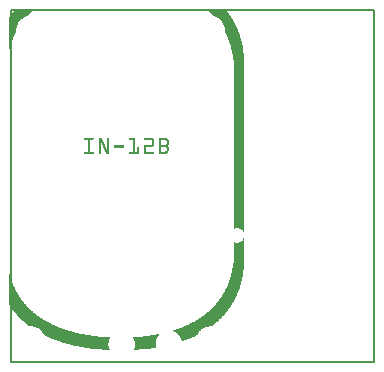
<source format=gto>
G04 MADE WITH FRITZING*
G04 WWW.FRITZING.ORG*
G04 DOUBLE SIDED*
G04 HOLES PLATED*
G04 CONTOUR ON CENTER OF CONTOUR VECTOR*
%ASAXBY*%
%FSLAX23Y23*%
%MOIN*%
%OFA0B0*%
%SFA1.0B1.0*%
%ADD10R,1.220470X1.181100X1.204470X1.165100*%
%ADD11C,0.008000*%
%ADD12R,0.001000X0.001000*%
%LNSILK1*%
G90*
G70*
G54D11*
X4Y1177D02*
X1216Y1177D01*
X1216Y4D01*
X4Y4D01*
X4Y1177D01*
D02*
G54D12*
X23Y1181D02*
X86Y1181D01*
X655Y1181D02*
X719Y1181D01*
X22Y1180D02*
X85Y1180D01*
X656Y1180D02*
X719Y1180D01*
X21Y1179D02*
X84Y1179D01*
X658Y1179D02*
X720Y1179D01*
X20Y1178D02*
X82Y1178D01*
X659Y1178D02*
X721Y1178D01*
X19Y1177D02*
X81Y1177D01*
X660Y1177D02*
X722Y1177D01*
X19Y1176D02*
X80Y1176D01*
X661Y1176D02*
X723Y1176D01*
X18Y1175D02*
X79Y1175D01*
X663Y1175D02*
X723Y1175D01*
X17Y1174D02*
X77Y1174D01*
X664Y1174D02*
X724Y1174D01*
X16Y1173D02*
X76Y1173D01*
X665Y1173D02*
X725Y1173D01*
X15Y1172D02*
X75Y1172D01*
X666Y1172D02*
X726Y1172D01*
X15Y1171D02*
X74Y1171D01*
X667Y1171D02*
X727Y1171D01*
X14Y1170D02*
X73Y1170D01*
X668Y1170D02*
X727Y1170D01*
X13Y1169D02*
X72Y1169D01*
X669Y1169D02*
X728Y1169D01*
X12Y1168D02*
X71Y1168D01*
X670Y1168D02*
X729Y1168D01*
X12Y1167D02*
X70Y1167D01*
X671Y1167D02*
X730Y1167D01*
X11Y1166D02*
X69Y1166D01*
X672Y1166D02*
X730Y1166D01*
X10Y1165D02*
X68Y1165D01*
X674Y1165D02*
X731Y1165D01*
X9Y1164D02*
X67Y1164D01*
X675Y1164D02*
X732Y1164D01*
X9Y1163D02*
X66Y1163D01*
X676Y1163D02*
X733Y1163D01*
X8Y1162D02*
X65Y1162D01*
X677Y1162D02*
X733Y1162D01*
X7Y1161D02*
X64Y1161D01*
X678Y1161D02*
X734Y1161D01*
X7Y1160D02*
X63Y1160D01*
X679Y1160D02*
X735Y1160D01*
X6Y1159D02*
X62Y1159D01*
X679Y1159D02*
X735Y1159D01*
X5Y1158D02*
X61Y1158D01*
X680Y1158D02*
X736Y1158D01*
X5Y1157D02*
X60Y1157D01*
X681Y1157D02*
X737Y1157D01*
X4Y1156D02*
X59Y1156D01*
X683Y1156D02*
X737Y1156D01*
X3Y1155D02*
X56Y1155D01*
X686Y1155D02*
X738Y1155D01*
X3Y1154D02*
X54Y1154D01*
X689Y1154D02*
X739Y1154D01*
X2Y1153D02*
X51Y1153D01*
X691Y1153D02*
X739Y1153D01*
X1Y1152D02*
X49Y1152D01*
X693Y1152D02*
X740Y1152D01*
X1Y1151D02*
X47Y1151D01*
X695Y1151D02*
X741Y1151D01*
X0Y1150D02*
X46Y1150D01*
X696Y1150D02*
X741Y1150D01*
X0Y1149D02*
X44Y1149D01*
X698Y1149D02*
X742Y1149D01*
X0Y1148D02*
X43Y1148D01*
X699Y1148D02*
X742Y1148D01*
X0Y1147D02*
X41Y1147D01*
X701Y1147D02*
X743Y1147D01*
X0Y1146D02*
X40Y1146D01*
X702Y1146D02*
X744Y1146D01*
X0Y1145D02*
X39Y1145D01*
X703Y1145D02*
X744Y1145D01*
X0Y1144D02*
X38Y1144D01*
X704Y1144D02*
X745Y1144D01*
X0Y1143D02*
X37Y1143D01*
X705Y1143D02*
X745Y1143D01*
X0Y1142D02*
X36Y1142D01*
X706Y1142D02*
X746Y1142D01*
X0Y1141D02*
X35Y1141D01*
X707Y1141D02*
X747Y1141D01*
X0Y1140D02*
X34Y1140D01*
X708Y1140D02*
X747Y1140D01*
X0Y1139D02*
X33Y1139D01*
X708Y1139D02*
X748Y1139D01*
X0Y1138D02*
X32Y1138D01*
X709Y1138D02*
X748Y1138D01*
X0Y1137D02*
X32Y1137D01*
X710Y1137D02*
X749Y1137D01*
X0Y1136D02*
X31Y1136D01*
X711Y1136D02*
X749Y1136D01*
X0Y1135D02*
X30Y1135D01*
X711Y1135D02*
X750Y1135D01*
X0Y1134D02*
X30Y1134D01*
X712Y1134D02*
X750Y1134D01*
X0Y1133D02*
X29Y1133D01*
X712Y1133D02*
X751Y1133D01*
X0Y1132D02*
X29Y1132D01*
X713Y1132D02*
X751Y1132D01*
X0Y1131D02*
X28Y1131D01*
X713Y1131D02*
X752Y1131D01*
X0Y1130D02*
X28Y1130D01*
X714Y1130D02*
X752Y1130D01*
X0Y1129D02*
X27Y1129D01*
X714Y1129D02*
X753Y1129D01*
X0Y1128D02*
X27Y1128D01*
X715Y1128D02*
X753Y1128D01*
X0Y1127D02*
X26Y1127D01*
X715Y1127D02*
X754Y1127D01*
X0Y1126D02*
X26Y1126D01*
X715Y1126D02*
X754Y1126D01*
X0Y1125D02*
X26Y1125D01*
X716Y1125D02*
X755Y1125D01*
X0Y1124D02*
X25Y1124D01*
X716Y1124D02*
X755Y1124D01*
X0Y1123D02*
X25Y1123D01*
X716Y1123D02*
X756Y1123D01*
X0Y1122D02*
X25Y1122D01*
X717Y1122D02*
X756Y1122D01*
X0Y1121D02*
X24Y1121D01*
X717Y1121D02*
X757Y1121D01*
X0Y1120D02*
X24Y1120D01*
X717Y1120D02*
X757Y1120D01*
X0Y1119D02*
X24Y1119D01*
X718Y1119D02*
X758Y1119D01*
X0Y1118D02*
X24Y1118D01*
X718Y1118D02*
X758Y1118D01*
X0Y1117D02*
X23Y1117D01*
X718Y1117D02*
X759Y1117D01*
X0Y1116D02*
X23Y1116D01*
X718Y1116D02*
X759Y1116D01*
X0Y1115D02*
X23Y1115D01*
X718Y1115D02*
X759Y1115D01*
X0Y1114D02*
X23Y1114D01*
X718Y1114D02*
X760Y1114D01*
X0Y1113D02*
X23Y1113D01*
X718Y1113D02*
X760Y1113D01*
X0Y1112D02*
X23Y1112D01*
X718Y1112D02*
X761Y1112D01*
X0Y1111D02*
X23Y1111D01*
X718Y1111D02*
X761Y1111D01*
X0Y1110D02*
X23Y1110D01*
X718Y1110D02*
X761Y1110D01*
X0Y1109D02*
X23Y1109D01*
X718Y1109D02*
X762Y1109D01*
X0Y1108D02*
X23Y1108D01*
X718Y1108D02*
X762Y1108D01*
X0Y1107D02*
X23Y1107D01*
X718Y1107D02*
X763Y1107D01*
X0Y1106D02*
X23Y1106D01*
X718Y1106D02*
X763Y1106D01*
X0Y1105D02*
X22Y1105D01*
X719Y1105D02*
X763Y1105D01*
X0Y1104D02*
X22Y1104D01*
X719Y1104D02*
X764Y1104D01*
X0Y1103D02*
X21Y1103D01*
X720Y1103D02*
X764Y1103D01*
X0Y1102D02*
X21Y1102D01*
X720Y1102D02*
X765Y1102D01*
X0Y1101D02*
X20Y1101D01*
X721Y1101D02*
X765Y1101D01*
X0Y1100D02*
X20Y1100D01*
X721Y1100D02*
X765Y1100D01*
X0Y1099D02*
X19Y1099D01*
X722Y1099D02*
X766Y1099D01*
X0Y1098D02*
X19Y1098D01*
X722Y1098D02*
X766Y1098D01*
X0Y1097D02*
X18Y1097D01*
X723Y1097D02*
X766Y1097D01*
X0Y1096D02*
X18Y1096D01*
X723Y1096D02*
X767Y1096D01*
X0Y1095D02*
X17Y1095D01*
X724Y1095D02*
X767Y1095D01*
X0Y1094D02*
X17Y1094D01*
X724Y1094D02*
X767Y1094D01*
X0Y1093D02*
X16Y1093D01*
X725Y1093D02*
X768Y1093D01*
X0Y1092D02*
X16Y1092D01*
X725Y1092D02*
X768Y1092D01*
X0Y1091D02*
X16Y1091D01*
X726Y1091D02*
X768Y1091D01*
X0Y1090D02*
X15Y1090D01*
X726Y1090D02*
X769Y1090D01*
X0Y1089D02*
X15Y1089D01*
X727Y1089D02*
X769Y1089D01*
X0Y1088D02*
X14Y1088D01*
X727Y1088D02*
X769Y1088D01*
X0Y1087D02*
X14Y1087D01*
X727Y1087D02*
X770Y1087D01*
X0Y1086D02*
X13Y1086D01*
X728Y1086D02*
X770Y1086D01*
X0Y1085D02*
X13Y1085D01*
X728Y1085D02*
X770Y1085D01*
X0Y1084D02*
X13Y1084D01*
X729Y1084D02*
X770Y1084D01*
X0Y1083D02*
X12Y1083D01*
X729Y1083D02*
X771Y1083D01*
X0Y1082D02*
X12Y1082D01*
X729Y1082D02*
X771Y1082D01*
X0Y1081D02*
X11Y1081D01*
X730Y1081D02*
X771Y1081D01*
X0Y1080D02*
X11Y1080D01*
X730Y1080D02*
X772Y1080D01*
X0Y1079D02*
X11Y1079D01*
X731Y1079D02*
X772Y1079D01*
X0Y1078D02*
X10Y1078D01*
X731Y1078D02*
X772Y1078D01*
X0Y1077D02*
X10Y1077D01*
X731Y1077D02*
X772Y1077D01*
X0Y1076D02*
X9Y1076D01*
X732Y1076D02*
X773Y1076D01*
X0Y1075D02*
X9Y1075D01*
X732Y1075D02*
X773Y1075D01*
X0Y1074D02*
X9Y1074D01*
X733Y1074D02*
X773Y1074D01*
X0Y1073D02*
X8Y1073D01*
X733Y1073D02*
X773Y1073D01*
X0Y1072D02*
X8Y1072D01*
X733Y1072D02*
X774Y1072D01*
X0Y1071D02*
X8Y1071D01*
X734Y1071D02*
X774Y1071D01*
X0Y1070D02*
X7Y1070D01*
X734Y1070D02*
X774Y1070D01*
X0Y1069D02*
X7Y1069D01*
X734Y1069D02*
X774Y1069D01*
X0Y1068D02*
X7Y1068D01*
X735Y1068D02*
X775Y1068D01*
X0Y1067D02*
X6Y1067D01*
X735Y1067D02*
X775Y1067D01*
X0Y1066D02*
X6Y1066D01*
X735Y1066D02*
X775Y1066D01*
X0Y1065D02*
X6Y1065D01*
X736Y1065D02*
X775Y1065D01*
X0Y1064D02*
X5Y1064D01*
X736Y1064D02*
X776Y1064D01*
X0Y1063D02*
X5Y1063D01*
X736Y1063D02*
X776Y1063D01*
X0Y1062D02*
X5Y1062D01*
X737Y1062D02*
X776Y1062D01*
X0Y1061D02*
X4Y1061D01*
X737Y1061D02*
X776Y1061D01*
X0Y1060D02*
X4Y1060D01*
X737Y1060D02*
X776Y1060D01*
X0Y1059D02*
X4Y1059D01*
X738Y1059D02*
X777Y1059D01*
X0Y1058D02*
X3Y1058D01*
X738Y1058D02*
X777Y1058D01*
X0Y1057D02*
X3Y1057D01*
X738Y1057D02*
X777Y1057D01*
X0Y1056D02*
X3Y1056D01*
X738Y1056D02*
X777Y1056D01*
X0Y1055D02*
X3Y1055D01*
X739Y1055D02*
X777Y1055D01*
X0Y1054D02*
X2Y1054D01*
X739Y1054D02*
X778Y1054D01*
X0Y1053D02*
X2Y1053D01*
X739Y1053D02*
X778Y1053D01*
X0Y1052D02*
X2Y1052D01*
X739Y1052D02*
X778Y1052D01*
X0Y1051D02*
X1Y1051D01*
X740Y1051D02*
X778Y1051D01*
X0Y1050D02*
X1Y1050D01*
X740Y1050D02*
X778Y1050D01*
X0Y1049D02*
X1Y1049D01*
X740Y1049D02*
X778Y1049D01*
X0Y1048D02*
X1Y1048D01*
X741Y1048D02*
X779Y1048D01*
X0Y1047D02*
X0Y1047D01*
X741Y1047D02*
X779Y1047D01*
X0Y1046D02*
X0Y1046D01*
X741Y1046D02*
X779Y1046D01*
X0Y1045D02*
X0Y1045D01*
X741Y1045D02*
X779Y1045D01*
X0Y1044D02*
X0Y1044D01*
X742Y1044D02*
X779Y1044D01*
X742Y1043D02*
X779Y1043D01*
X742Y1042D02*
X780Y1042D01*
X742Y1041D02*
X780Y1041D01*
X742Y1040D02*
X780Y1040D01*
X743Y1039D02*
X780Y1039D01*
X743Y1038D02*
X780Y1038D01*
X743Y1037D02*
X780Y1037D01*
X743Y1036D02*
X780Y1036D01*
X744Y1035D02*
X780Y1035D01*
X744Y1034D02*
X781Y1034D01*
X744Y1033D02*
X781Y1033D01*
X744Y1032D02*
X781Y1032D01*
X744Y1031D02*
X781Y1031D01*
X745Y1030D02*
X781Y1030D01*
X745Y1029D02*
X781Y1029D01*
X745Y1028D02*
X781Y1028D01*
X745Y1027D02*
X781Y1027D01*
X745Y1026D02*
X781Y1026D01*
X745Y1025D02*
X782Y1025D01*
X746Y1024D02*
X782Y1024D01*
X746Y1023D02*
X782Y1023D01*
X746Y1022D02*
X782Y1022D01*
X746Y1021D02*
X782Y1021D01*
X746Y1020D02*
X782Y1020D01*
X746Y1019D02*
X782Y1019D01*
X747Y1018D02*
X782Y1018D01*
X747Y1017D02*
X782Y1017D01*
X747Y1016D02*
X782Y1016D01*
X747Y1015D02*
X782Y1015D01*
X747Y1014D02*
X782Y1014D01*
X747Y1013D02*
X783Y1013D01*
X747Y1012D02*
X783Y1012D01*
X747Y1011D02*
X783Y1011D01*
X748Y1010D02*
X783Y1010D01*
X748Y1009D02*
X783Y1009D01*
X748Y1008D02*
X783Y1008D01*
X748Y1007D02*
X783Y1007D01*
X748Y1006D02*
X783Y1006D01*
X748Y1005D02*
X783Y1005D01*
X748Y1004D02*
X783Y1004D01*
X748Y1003D02*
X783Y1003D01*
X748Y1002D02*
X783Y1002D01*
X749Y1001D02*
X783Y1001D01*
X749Y1000D02*
X783Y1000D01*
X749Y999D02*
X783Y999D01*
X749Y998D02*
X783Y998D01*
X749Y997D02*
X783Y997D01*
X749Y996D02*
X783Y996D01*
X749Y995D02*
X783Y995D01*
X749Y994D02*
X783Y994D01*
X749Y993D02*
X783Y993D01*
X749Y992D02*
X783Y992D01*
X749Y991D02*
X783Y991D01*
X749Y990D02*
X783Y990D01*
X749Y989D02*
X783Y989D01*
X750Y988D02*
X783Y988D01*
X750Y987D02*
X783Y987D01*
X750Y986D02*
X783Y986D01*
X750Y985D02*
X783Y985D01*
X750Y984D02*
X783Y984D01*
X750Y983D02*
X783Y983D01*
X750Y982D02*
X783Y982D01*
X750Y981D02*
X783Y981D01*
X750Y980D02*
X783Y980D01*
X750Y979D02*
X783Y979D01*
X750Y978D02*
X783Y978D01*
X750Y977D02*
X783Y977D01*
X750Y976D02*
X783Y976D01*
X750Y975D02*
X783Y975D01*
X750Y974D02*
X783Y974D01*
X750Y973D02*
X783Y973D01*
X750Y972D02*
X783Y972D01*
X750Y971D02*
X783Y971D01*
X750Y970D02*
X783Y970D01*
X750Y969D02*
X783Y969D01*
X750Y968D02*
X783Y968D01*
X750Y967D02*
X783Y967D01*
X750Y966D02*
X783Y966D01*
X750Y965D02*
X783Y965D01*
X750Y964D02*
X783Y964D01*
X750Y963D02*
X783Y963D01*
X750Y962D02*
X783Y962D01*
X750Y961D02*
X783Y961D01*
X750Y960D02*
X783Y960D01*
X750Y959D02*
X783Y959D01*
X750Y958D02*
X783Y958D01*
X750Y957D02*
X783Y957D01*
X750Y956D02*
X783Y956D01*
X750Y955D02*
X783Y955D01*
X750Y954D02*
X783Y954D01*
X750Y953D02*
X783Y953D01*
X750Y952D02*
X783Y952D01*
X750Y951D02*
X783Y951D01*
X750Y950D02*
X783Y950D01*
X750Y949D02*
X783Y949D01*
X750Y948D02*
X783Y948D01*
X750Y947D02*
X783Y947D01*
X750Y946D02*
X783Y946D01*
X750Y945D02*
X783Y945D01*
X750Y944D02*
X783Y944D01*
X750Y943D02*
X783Y943D01*
X750Y942D02*
X783Y942D01*
X750Y941D02*
X783Y941D01*
X750Y940D02*
X783Y940D01*
X750Y939D02*
X783Y939D01*
X750Y938D02*
X783Y938D01*
X750Y937D02*
X783Y937D01*
X750Y936D02*
X783Y936D01*
X750Y935D02*
X783Y935D01*
X750Y934D02*
X783Y934D01*
X750Y933D02*
X783Y933D01*
X750Y932D02*
X783Y932D01*
X750Y931D02*
X783Y931D01*
X750Y930D02*
X783Y930D01*
X750Y929D02*
X783Y929D01*
X750Y928D02*
X783Y928D01*
X750Y927D02*
X783Y927D01*
X750Y926D02*
X783Y926D01*
X750Y925D02*
X783Y925D01*
X750Y924D02*
X783Y924D01*
X750Y923D02*
X783Y923D01*
X750Y922D02*
X783Y922D01*
X750Y921D02*
X783Y921D01*
X750Y920D02*
X783Y920D01*
X750Y919D02*
X783Y919D01*
X750Y918D02*
X783Y918D01*
X750Y917D02*
X783Y917D01*
X750Y916D02*
X783Y916D01*
X750Y915D02*
X783Y915D01*
X750Y914D02*
X783Y914D01*
X750Y913D02*
X783Y913D01*
X750Y912D02*
X783Y912D01*
X750Y911D02*
X783Y911D01*
X750Y910D02*
X783Y910D01*
X750Y909D02*
X783Y909D01*
X750Y908D02*
X783Y908D01*
X750Y907D02*
X783Y907D01*
X750Y906D02*
X783Y906D01*
X750Y905D02*
X783Y905D01*
X750Y904D02*
X783Y904D01*
X750Y903D02*
X783Y903D01*
X750Y902D02*
X783Y902D01*
X750Y901D02*
X783Y901D01*
X750Y900D02*
X783Y900D01*
X750Y899D02*
X783Y899D01*
X750Y898D02*
X783Y898D01*
X750Y897D02*
X783Y897D01*
X750Y896D02*
X783Y896D01*
X750Y895D02*
X783Y895D01*
X750Y894D02*
X783Y894D01*
X750Y893D02*
X783Y893D01*
X750Y892D02*
X783Y892D01*
X750Y891D02*
X783Y891D01*
X750Y890D02*
X783Y890D01*
X750Y889D02*
X783Y889D01*
X750Y888D02*
X783Y888D01*
X750Y887D02*
X783Y887D01*
X750Y886D02*
X783Y886D01*
X750Y885D02*
X783Y885D01*
X750Y884D02*
X783Y884D01*
X750Y883D02*
X783Y883D01*
X750Y882D02*
X783Y882D01*
X750Y881D02*
X783Y881D01*
X750Y880D02*
X783Y880D01*
X750Y879D02*
X783Y879D01*
X750Y878D02*
X783Y878D01*
X750Y877D02*
X783Y877D01*
X750Y876D02*
X783Y876D01*
X750Y875D02*
X783Y875D01*
X750Y874D02*
X783Y874D01*
X750Y873D02*
X783Y873D01*
X750Y872D02*
X783Y872D01*
X750Y871D02*
X783Y871D01*
X750Y870D02*
X783Y870D01*
X750Y869D02*
X783Y869D01*
X750Y868D02*
X783Y868D01*
X750Y867D02*
X783Y867D01*
X750Y866D02*
X783Y866D01*
X750Y865D02*
X783Y865D01*
X750Y864D02*
X783Y864D01*
X750Y863D02*
X783Y863D01*
X750Y862D02*
X783Y862D01*
X750Y861D02*
X783Y861D01*
X750Y860D02*
X783Y860D01*
X750Y859D02*
X783Y859D01*
X750Y858D02*
X783Y858D01*
X750Y857D02*
X783Y857D01*
X750Y856D02*
X783Y856D01*
X750Y855D02*
X783Y855D01*
X750Y854D02*
X783Y854D01*
X750Y853D02*
X783Y853D01*
X750Y852D02*
X783Y852D01*
X750Y851D02*
X783Y851D01*
X750Y850D02*
X783Y850D01*
X750Y849D02*
X783Y849D01*
X750Y848D02*
X783Y848D01*
X750Y847D02*
X783Y847D01*
X750Y846D02*
X783Y846D01*
X750Y845D02*
X783Y845D01*
X750Y844D02*
X783Y844D01*
X750Y843D02*
X783Y843D01*
X750Y842D02*
X783Y842D01*
X750Y841D02*
X783Y841D01*
X750Y840D02*
X783Y840D01*
X750Y839D02*
X783Y839D01*
X750Y838D02*
X783Y838D01*
X750Y837D02*
X783Y837D01*
X750Y836D02*
X783Y836D01*
X750Y835D02*
X783Y835D01*
X750Y834D02*
X783Y834D01*
X750Y833D02*
X783Y833D01*
X750Y832D02*
X783Y832D01*
X750Y831D02*
X783Y831D01*
X750Y830D02*
X783Y830D01*
X750Y829D02*
X783Y829D01*
X750Y828D02*
X783Y828D01*
X750Y827D02*
X783Y827D01*
X750Y826D02*
X783Y826D01*
X750Y825D02*
X783Y825D01*
X750Y824D02*
X783Y824D01*
X750Y823D02*
X783Y823D01*
X750Y822D02*
X783Y822D01*
X750Y821D02*
X783Y821D01*
X750Y820D02*
X783Y820D01*
X750Y819D02*
X783Y819D01*
X750Y818D02*
X783Y818D01*
X750Y817D02*
X783Y817D01*
X750Y816D02*
X783Y816D01*
X750Y815D02*
X783Y815D01*
X750Y814D02*
X783Y814D01*
X750Y813D02*
X783Y813D01*
X750Y812D02*
X783Y812D01*
X750Y811D02*
X783Y811D01*
X750Y810D02*
X783Y810D01*
X750Y809D02*
X783Y809D01*
X750Y808D02*
X783Y808D01*
X750Y807D02*
X783Y807D01*
X750Y806D02*
X783Y806D01*
X750Y805D02*
X783Y805D01*
X750Y804D02*
X783Y804D01*
X750Y803D02*
X783Y803D01*
X750Y802D02*
X783Y802D01*
X750Y801D02*
X783Y801D01*
X750Y800D02*
X783Y800D01*
X750Y799D02*
X783Y799D01*
X750Y798D02*
X783Y798D01*
X750Y797D02*
X783Y797D01*
X750Y796D02*
X783Y796D01*
X750Y795D02*
X783Y795D01*
X750Y794D02*
X783Y794D01*
X750Y793D02*
X783Y793D01*
X750Y792D02*
X783Y792D01*
X750Y791D02*
X783Y791D01*
X750Y790D02*
X783Y790D01*
X750Y789D02*
X783Y789D01*
X750Y788D02*
X783Y788D01*
X750Y787D02*
X783Y787D01*
X750Y786D02*
X783Y786D01*
X750Y785D02*
X783Y785D01*
X750Y784D02*
X783Y784D01*
X750Y783D02*
X783Y783D01*
X750Y782D02*
X783Y782D01*
X750Y781D02*
X783Y781D01*
X750Y780D02*
X783Y780D01*
X750Y779D02*
X783Y779D01*
X750Y778D02*
X783Y778D01*
X750Y777D02*
X783Y777D01*
X750Y776D02*
X783Y776D01*
X750Y775D02*
X783Y775D01*
X750Y774D02*
X783Y774D01*
X750Y773D02*
X783Y773D01*
X750Y772D02*
X783Y772D01*
X750Y771D02*
X783Y771D01*
X750Y770D02*
X783Y770D01*
X750Y769D02*
X783Y769D01*
X750Y768D02*
X783Y768D01*
X750Y767D02*
X783Y767D01*
X750Y766D02*
X783Y766D01*
X750Y765D02*
X783Y765D01*
X750Y764D02*
X783Y764D01*
X750Y763D02*
X783Y763D01*
X750Y762D02*
X783Y762D01*
X750Y761D02*
X783Y761D01*
X750Y760D02*
X783Y760D01*
X750Y759D02*
X783Y759D01*
X750Y758D02*
X783Y758D01*
X750Y757D02*
X783Y757D01*
X750Y756D02*
X783Y756D01*
X750Y755D02*
X783Y755D01*
X750Y754D02*
X783Y754D01*
X750Y753D02*
X783Y753D01*
X750Y752D02*
X783Y752D01*
X250Y751D02*
X281Y751D01*
X298Y751D02*
X307Y751D01*
X328Y751D02*
X331Y751D01*
X400Y751D02*
X418Y751D01*
X450Y751D02*
X478Y751D01*
X498Y751D02*
X522Y751D01*
X750Y751D02*
X783Y751D01*
X249Y750D02*
X282Y750D01*
X298Y750D02*
X307Y750D01*
X327Y750D02*
X331Y750D01*
X399Y750D02*
X418Y750D01*
X449Y750D02*
X479Y750D01*
X498Y750D02*
X524Y750D01*
X750Y750D02*
X783Y750D01*
X249Y749D02*
X282Y749D01*
X298Y749D02*
X308Y749D01*
X326Y749D02*
X332Y749D01*
X399Y749D02*
X418Y749D01*
X449Y749D02*
X480Y749D01*
X498Y749D02*
X526Y749D01*
X750Y749D02*
X783Y749D01*
X249Y748D02*
X282Y748D01*
X298Y748D02*
X308Y748D01*
X326Y748D02*
X332Y748D01*
X399Y748D02*
X418Y748D01*
X448Y748D02*
X481Y748D01*
X498Y748D02*
X527Y748D01*
X750Y748D02*
X783Y748D01*
X249Y747D02*
X282Y747D01*
X298Y747D02*
X309Y747D01*
X326Y747D02*
X332Y747D01*
X399Y747D02*
X418Y747D01*
X449Y747D02*
X482Y747D01*
X498Y747D02*
X528Y747D01*
X750Y747D02*
X783Y747D01*
X249Y746D02*
X281Y746D01*
X298Y746D02*
X309Y746D01*
X326Y746D02*
X332Y746D01*
X399Y746D02*
X418Y746D01*
X449Y746D02*
X482Y746D01*
X498Y746D02*
X529Y746D01*
X750Y746D02*
X783Y746D01*
X251Y745D02*
X280Y745D01*
X298Y745D02*
X310Y745D01*
X326Y745D02*
X332Y745D01*
X401Y745D02*
X418Y745D01*
X451Y745D02*
X482Y745D01*
X498Y745D02*
X530Y745D01*
X750Y745D02*
X783Y745D01*
X262Y744D02*
X268Y744D01*
X298Y744D02*
X310Y744D01*
X326Y744D02*
X332Y744D01*
X412Y744D02*
X418Y744D01*
X476Y744D02*
X482Y744D01*
X498Y744D02*
X504Y744D01*
X522Y744D02*
X530Y744D01*
X750Y744D02*
X783Y744D01*
X262Y743D02*
X268Y743D01*
X298Y743D02*
X311Y743D01*
X326Y743D02*
X332Y743D01*
X412Y743D02*
X418Y743D01*
X476Y743D02*
X482Y743D01*
X498Y743D02*
X504Y743D01*
X523Y743D02*
X531Y743D01*
X750Y743D02*
X783Y743D01*
X262Y742D02*
X268Y742D01*
X298Y742D02*
X311Y742D01*
X326Y742D02*
X332Y742D01*
X412Y742D02*
X418Y742D01*
X476Y742D02*
X482Y742D01*
X498Y742D02*
X504Y742D01*
X524Y742D02*
X531Y742D01*
X750Y742D02*
X783Y742D01*
X262Y741D02*
X268Y741D01*
X298Y741D02*
X311Y741D01*
X326Y741D02*
X332Y741D01*
X412Y741D02*
X418Y741D01*
X476Y741D02*
X482Y741D01*
X498Y741D02*
X504Y741D01*
X525Y741D02*
X532Y741D01*
X750Y741D02*
X783Y741D01*
X262Y740D02*
X268Y740D01*
X298Y740D02*
X312Y740D01*
X326Y740D02*
X332Y740D01*
X412Y740D02*
X418Y740D01*
X476Y740D02*
X482Y740D01*
X498Y740D02*
X504Y740D01*
X526Y740D02*
X532Y740D01*
X750Y740D02*
X783Y740D01*
X262Y739D02*
X268Y739D01*
X298Y739D02*
X312Y739D01*
X326Y739D02*
X332Y739D01*
X412Y739D02*
X418Y739D01*
X476Y739D02*
X482Y739D01*
X498Y739D02*
X504Y739D01*
X526Y739D02*
X532Y739D01*
X750Y739D02*
X783Y739D01*
X262Y738D02*
X268Y738D01*
X298Y738D02*
X313Y738D01*
X326Y738D02*
X332Y738D01*
X412Y738D02*
X418Y738D01*
X476Y738D02*
X482Y738D01*
X498Y738D02*
X504Y738D01*
X526Y738D02*
X532Y738D01*
X750Y738D02*
X783Y738D01*
X262Y737D02*
X268Y737D01*
X298Y737D02*
X313Y737D01*
X326Y737D02*
X332Y737D01*
X412Y737D02*
X418Y737D01*
X476Y737D02*
X482Y737D01*
X498Y737D02*
X504Y737D01*
X526Y737D02*
X532Y737D01*
X750Y737D02*
X783Y737D01*
X262Y736D02*
X268Y736D01*
X298Y736D02*
X305Y736D01*
X307Y736D02*
X314Y736D01*
X326Y736D02*
X332Y736D01*
X412Y736D02*
X418Y736D01*
X476Y736D02*
X482Y736D01*
X498Y736D02*
X504Y736D01*
X526Y736D02*
X532Y736D01*
X750Y736D02*
X783Y736D01*
X262Y735D02*
X268Y735D01*
X298Y735D02*
X305Y735D01*
X307Y735D02*
X314Y735D01*
X326Y735D02*
X332Y735D01*
X412Y735D02*
X418Y735D01*
X476Y735D02*
X482Y735D01*
X498Y735D02*
X504Y735D01*
X526Y735D02*
X532Y735D01*
X750Y735D02*
X783Y735D01*
X262Y734D02*
X268Y734D01*
X298Y734D02*
X305Y734D01*
X308Y734D02*
X314Y734D01*
X326Y734D02*
X332Y734D01*
X412Y734D02*
X418Y734D01*
X476Y734D02*
X482Y734D01*
X498Y734D02*
X504Y734D01*
X526Y734D02*
X532Y734D01*
X750Y734D02*
X783Y734D01*
X262Y733D02*
X268Y733D01*
X298Y733D02*
X305Y733D01*
X308Y733D02*
X315Y733D01*
X326Y733D02*
X332Y733D01*
X412Y733D02*
X418Y733D01*
X476Y733D02*
X482Y733D01*
X498Y733D02*
X504Y733D01*
X526Y733D02*
X532Y733D01*
X750Y733D02*
X783Y733D01*
X262Y732D02*
X268Y732D01*
X298Y732D02*
X305Y732D01*
X309Y732D02*
X315Y732D01*
X326Y732D02*
X332Y732D01*
X412Y732D02*
X418Y732D01*
X476Y732D02*
X482Y732D01*
X498Y732D02*
X504Y732D01*
X525Y732D02*
X532Y732D01*
X750Y732D02*
X783Y732D01*
X262Y731D02*
X268Y731D01*
X298Y731D02*
X305Y731D01*
X309Y731D02*
X316Y731D01*
X326Y731D02*
X332Y731D01*
X412Y731D02*
X418Y731D01*
X476Y731D02*
X482Y731D01*
X498Y731D02*
X504Y731D01*
X525Y731D02*
X531Y731D01*
X750Y731D02*
X783Y731D01*
X262Y730D02*
X268Y730D01*
X298Y730D02*
X305Y730D01*
X310Y730D02*
X316Y730D01*
X326Y730D02*
X332Y730D01*
X412Y730D02*
X418Y730D01*
X476Y730D02*
X482Y730D01*
X498Y730D02*
X504Y730D01*
X524Y730D02*
X531Y730D01*
X750Y730D02*
X783Y730D01*
X262Y729D02*
X268Y729D01*
X298Y729D02*
X305Y729D01*
X310Y729D02*
X317Y729D01*
X326Y729D02*
X332Y729D01*
X412Y729D02*
X418Y729D01*
X476Y729D02*
X482Y729D01*
X498Y729D02*
X504Y729D01*
X522Y729D02*
X531Y729D01*
X750Y729D02*
X783Y729D01*
X262Y728D02*
X268Y728D01*
X298Y728D02*
X305Y728D01*
X310Y728D02*
X317Y728D01*
X326Y728D02*
X332Y728D01*
X351Y728D02*
X379Y728D01*
X412Y728D02*
X418Y728D01*
X454Y728D02*
X482Y728D01*
X498Y728D02*
X530Y728D01*
X750Y728D02*
X783Y728D01*
X262Y727D02*
X268Y727D01*
X298Y727D02*
X305Y727D01*
X311Y727D02*
X318Y727D01*
X326Y727D02*
X332Y727D01*
X349Y727D02*
X381Y727D01*
X412Y727D02*
X418Y727D01*
X452Y727D02*
X482Y727D01*
X498Y727D02*
X529Y727D01*
X750Y727D02*
X783Y727D01*
X262Y726D02*
X268Y726D01*
X298Y726D02*
X305Y726D01*
X311Y726D02*
X318Y726D01*
X326Y726D02*
X332Y726D01*
X349Y726D02*
X382Y726D01*
X412Y726D02*
X418Y726D01*
X451Y726D02*
X482Y726D01*
X498Y726D02*
X528Y726D01*
X750Y726D02*
X783Y726D01*
X262Y725D02*
X268Y725D01*
X298Y725D02*
X305Y725D01*
X312Y725D02*
X318Y725D01*
X326Y725D02*
X332Y725D01*
X349Y725D02*
X382Y725D01*
X412Y725D02*
X418Y725D01*
X450Y725D02*
X481Y725D01*
X498Y725D02*
X527Y725D01*
X750Y725D02*
X783Y725D01*
X262Y724D02*
X268Y724D01*
X298Y724D02*
X305Y724D01*
X312Y724D02*
X319Y724D01*
X326Y724D02*
X332Y724D01*
X348Y724D02*
X382Y724D01*
X412Y724D02*
X418Y724D01*
X449Y724D02*
X481Y724D01*
X498Y724D02*
X528Y724D01*
X750Y724D02*
X783Y724D01*
X262Y723D02*
X268Y723D01*
X298Y723D02*
X305Y723D01*
X313Y723D02*
X319Y723D01*
X326Y723D02*
X332Y723D01*
X348Y723D02*
X382Y723D01*
X412Y723D02*
X418Y723D01*
X449Y723D02*
X480Y723D01*
X498Y723D02*
X529Y723D01*
X750Y723D02*
X783Y723D01*
X262Y722D02*
X268Y722D01*
X298Y722D02*
X305Y722D01*
X313Y722D02*
X320Y722D01*
X326Y722D02*
X332Y722D01*
X348Y722D02*
X382Y722D01*
X412Y722D02*
X418Y722D01*
X428Y722D02*
X430Y722D01*
X449Y722D02*
X478Y722D01*
X498Y722D02*
X529Y722D01*
X750Y722D02*
X783Y722D01*
X262Y721D02*
X268Y721D01*
X298Y721D02*
X305Y721D01*
X313Y721D02*
X320Y721D01*
X326Y721D02*
X332Y721D01*
X349Y721D02*
X382Y721D01*
X412Y721D02*
X418Y721D01*
X427Y721D02*
X431Y721D01*
X448Y721D02*
X455Y721D01*
X498Y721D02*
X505Y721D01*
X520Y721D02*
X530Y721D01*
X750Y721D02*
X783Y721D01*
X262Y720D02*
X268Y720D01*
X298Y720D02*
X305Y720D01*
X314Y720D02*
X321Y720D01*
X326Y720D02*
X332Y720D01*
X349Y720D02*
X382Y720D01*
X412Y720D02*
X418Y720D01*
X426Y720D02*
X432Y720D01*
X448Y720D02*
X454Y720D01*
X498Y720D02*
X504Y720D01*
X523Y720D02*
X531Y720D01*
X750Y720D02*
X783Y720D01*
X262Y719D02*
X268Y719D01*
X298Y719D02*
X305Y719D01*
X314Y719D02*
X321Y719D01*
X326Y719D02*
X332Y719D01*
X350Y719D02*
X381Y719D01*
X412Y719D02*
X418Y719D01*
X426Y719D02*
X432Y719D01*
X448Y719D02*
X454Y719D01*
X498Y719D02*
X504Y719D01*
X524Y719D02*
X531Y719D01*
X750Y719D02*
X783Y719D01*
X262Y718D02*
X268Y718D01*
X298Y718D02*
X305Y718D01*
X315Y718D02*
X321Y718D01*
X326Y718D02*
X332Y718D01*
X412Y718D02*
X418Y718D01*
X426Y718D02*
X432Y718D01*
X448Y718D02*
X454Y718D01*
X498Y718D02*
X504Y718D01*
X525Y718D02*
X531Y718D01*
X750Y718D02*
X783Y718D01*
X262Y717D02*
X268Y717D01*
X298Y717D02*
X305Y717D01*
X315Y717D02*
X322Y717D01*
X326Y717D02*
X332Y717D01*
X412Y717D02*
X418Y717D01*
X426Y717D02*
X432Y717D01*
X448Y717D02*
X454Y717D01*
X498Y717D02*
X504Y717D01*
X525Y717D02*
X532Y717D01*
X750Y717D02*
X783Y717D01*
X262Y716D02*
X268Y716D01*
X298Y716D02*
X305Y716D01*
X316Y716D02*
X322Y716D01*
X326Y716D02*
X332Y716D01*
X412Y716D02*
X418Y716D01*
X426Y716D02*
X432Y716D01*
X448Y716D02*
X454Y716D01*
X498Y716D02*
X504Y716D01*
X526Y716D02*
X532Y716D01*
X750Y716D02*
X783Y716D01*
X262Y715D02*
X268Y715D01*
X298Y715D02*
X305Y715D01*
X316Y715D02*
X323Y715D01*
X326Y715D02*
X332Y715D01*
X412Y715D02*
X418Y715D01*
X426Y715D02*
X432Y715D01*
X448Y715D02*
X454Y715D01*
X498Y715D02*
X504Y715D01*
X526Y715D02*
X532Y715D01*
X750Y715D02*
X783Y715D01*
X262Y714D02*
X268Y714D01*
X298Y714D02*
X305Y714D01*
X317Y714D02*
X323Y714D01*
X326Y714D02*
X332Y714D01*
X412Y714D02*
X418Y714D01*
X426Y714D02*
X432Y714D01*
X448Y714D02*
X454Y714D01*
X498Y714D02*
X504Y714D01*
X526Y714D02*
X532Y714D01*
X750Y714D02*
X783Y714D01*
X262Y713D02*
X268Y713D01*
X298Y713D02*
X305Y713D01*
X317Y713D02*
X324Y713D01*
X326Y713D02*
X332Y713D01*
X412Y713D02*
X418Y713D01*
X426Y713D02*
X432Y713D01*
X448Y713D02*
X454Y713D01*
X498Y713D02*
X504Y713D01*
X526Y713D02*
X532Y713D01*
X750Y713D02*
X783Y713D01*
X262Y712D02*
X268Y712D01*
X298Y712D02*
X305Y712D01*
X317Y712D02*
X324Y712D01*
X326Y712D02*
X332Y712D01*
X412Y712D02*
X418Y712D01*
X426Y712D02*
X432Y712D01*
X448Y712D02*
X454Y712D01*
X498Y712D02*
X504Y712D01*
X526Y712D02*
X532Y712D01*
X750Y712D02*
X783Y712D01*
X262Y711D02*
X268Y711D01*
X298Y711D02*
X305Y711D01*
X318Y711D02*
X332Y711D01*
X412Y711D02*
X418Y711D01*
X426Y711D02*
X432Y711D01*
X448Y711D02*
X454Y711D01*
X498Y711D02*
X504Y711D01*
X526Y711D02*
X532Y711D01*
X750Y711D02*
X783Y711D01*
X262Y710D02*
X268Y710D01*
X298Y710D02*
X305Y710D01*
X318Y710D02*
X332Y710D01*
X412Y710D02*
X418Y710D01*
X426Y710D02*
X432Y710D01*
X448Y710D02*
X454Y710D01*
X498Y710D02*
X504Y710D01*
X526Y710D02*
X532Y710D01*
X750Y710D02*
X783Y710D01*
X262Y709D02*
X268Y709D01*
X298Y709D02*
X305Y709D01*
X319Y709D02*
X332Y709D01*
X412Y709D02*
X418Y709D01*
X426Y709D02*
X432Y709D01*
X448Y709D02*
X454Y709D01*
X498Y709D02*
X504Y709D01*
X525Y709D02*
X532Y709D01*
X750Y709D02*
X783Y709D01*
X262Y708D02*
X268Y708D01*
X298Y708D02*
X305Y708D01*
X319Y708D02*
X332Y708D01*
X412Y708D02*
X418Y708D01*
X426Y708D02*
X432Y708D01*
X448Y708D02*
X454Y708D01*
X498Y708D02*
X504Y708D01*
X525Y708D02*
X531Y708D01*
X750Y708D02*
X783Y708D01*
X262Y707D02*
X268Y707D01*
X298Y707D02*
X305Y707D01*
X320Y707D02*
X332Y707D01*
X412Y707D02*
X418Y707D01*
X426Y707D02*
X432Y707D01*
X448Y707D02*
X454Y707D01*
X498Y707D02*
X504Y707D01*
X524Y707D02*
X531Y707D01*
X750Y707D02*
X783Y707D01*
X262Y706D02*
X268Y706D01*
X298Y706D02*
X305Y706D01*
X320Y706D02*
X332Y706D01*
X412Y706D02*
X418Y706D01*
X426Y706D02*
X432Y706D01*
X448Y706D02*
X454Y706D01*
X498Y706D02*
X504Y706D01*
X523Y706D02*
X531Y706D01*
X750Y706D02*
X783Y706D01*
X262Y705D02*
X268Y705D01*
X298Y705D02*
X305Y705D01*
X320Y705D02*
X332Y705D01*
X412Y705D02*
X418Y705D01*
X426Y705D02*
X432Y705D01*
X448Y705D02*
X454Y705D01*
X498Y705D02*
X504Y705D01*
X521Y705D02*
X530Y705D01*
X750Y705D02*
X783Y705D01*
X250Y704D02*
X280Y704D01*
X298Y704D02*
X305Y704D01*
X321Y704D02*
X332Y704D01*
X400Y704D02*
X432Y704D01*
X448Y704D02*
X480Y704D01*
X498Y704D02*
X530Y704D01*
X750Y704D02*
X783Y704D01*
X249Y703D02*
X281Y703D01*
X298Y703D02*
X305Y703D01*
X321Y703D02*
X332Y703D01*
X399Y703D02*
X432Y703D01*
X448Y703D02*
X481Y703D01*
X498Y703D02*
X529Y703D01*
X750Y703D02*
X783Y703D01*
X249Y702D02*
X282Y702D01*
X298Y702D02*
X305Y702D01*
X322Y702D02*
X332Y702D01*
X399Y702D02*
X432Y702D01*
X448Y702D02*
X482Y702D01*
X498Y702D02*
X528Y702D01*
X750Y702D02*
X783Y702D01*
X249Y701D02*
X282Y701D01*
X299Y701D02*
X304Y701D01*
X322Y701D02*
X332Y701D01*
X398Y701D02*
X432Y701D01*
X448Y701D02*
X482Y701D01*
X498Y701D02*
X527Y701D01*
X750Y701D02*
X783Y701D01*
X249Y700D02*
X282Y700D01*
X299Y700D02*
X304Y700D01*
X323Y700D02*
X332Y700D01*
X399Y700D02*
X432Y700D01*
X448Y700D02*
X482Y700D01*
X498Y700D02*
X526Y700D01*
X750Y700D02*
X783Y700D01*
X249Y699D02*
X281Y699D01*
X299Y699D02*
X304Y699D01*
X323Y699D02*
X332Y699D01*
X399Y699D02*
X431Y699D01*
X448Y699D02*
X481Y699D01*
X498Y699D02*
X524Y699D01*
X750Y699D02*
X783Y699D01*
X250Y698D02*
X280Y698D01*
X300Y698D02*
X303Y698D01*
X324Y698D02*
X332Y698D01*
X400Y698D02*
X430Y698D01*
X448Y698D02*
X480Y698D01*
X498Y698D02*
X521Y698D01*
X750Y698D02*
X783Y698D01*
X750Y697D02*
X783Y697D01*
X750Y696D02*
X783Y696D01*
X750Y695D02*
X783Y695D01*
X750Y694D02*
X783Y694D01*
X750Y693D02*
X783Y693D01*
X750Y692D02*
X783Y692D01*
X750Y691D02*
X783Y691D01*
X750Y690D02*
X783Y690D01*
X750Y689D02*
X783Y689D01*
X750Y688D02*
X783Y688D01*
X750Y687D02*
X783Y687D01*
X750Y686D02*
X783Y686D01*
X750Y685D02*
X783Y685D01*
X750Y684D02*
X783Y684D01*
X750Y683D02*
X783Y683D01*
X750Y682D02*
X783Y682D01*
X750Y681D02*
X783Y681D01*
X750Y680D02*
X783Y680D01*
X750Y679D02*
X783Y679D01*
X750Y678D02*
X783Y678D01*
X750Y677D02*
X783Y677D01*
X750Y676D02*
X783Y676D01*
X750Y675D02*
X783Y675D01*
X750Y674D02*
X783Y674D01*
X750Y673D02*
X783Y673D01*
X750Y672D02*
X783Y672D01*
X750Y671D02*
X783Y671D01*
X750Y670D02*
X783Y670D01*
X750Y669D02*
X783Y669D01*
X750Y668D02*
X783Y668D01*
X750Y667D02*
X783Y667D01*
X750Y666D02*
X783Y666D01*
X750Y665D02*
X783Y665D01*
X750Y664D02*
X783Y664D01*
X750Y663D02*
X783Y663D01*
X750Y662D02*
X783Y662D01*
X750Y661D02*
X783Y661D01*
X750Y660D02*
X783Y660D01*
X750Y659D02*
X783Y659D01*
X750Y658D02*
X783Y658D01*
X750Y657D02*
X783Y657D01*
X750Y656D02*
X783Y656D01*
X750Y655D02*
X783Y655D01*
X750Y654D02*
X783Y654D01*
X750Y653D02*
X783Y653D01*
X750Y652D02*
X783Y652D01*
X750Y651D02*
X783Y651D01*
X750Y650D02*
X783Y650D01*
X750Y649D02*
X783Y649D01*
X750Y648D02*
X783Y648D01*
X750Y647D02*
X783Y647D01*
X750Y646D02*
X783Y646D01*
X750Y645D02*
X783Y645D01*
X750Y644D02*
X783Y644D01*
X750Y643D02*
X783Y643D01*
X750Y642D02*
X783Y642D01*
X750Y641D02*
X783Y641D01*
X750Y640D02*
X783Y640D01*
X750Y639D02*
X783Y639D01*
X750Y638D02*
X783Y638D01*
X750Y637D02*
X783Y637D01*
X750Y636D02*
X783Y636D01*
X750Y635D02*
X783Y635D01*
X750Y634D02*
X783Y634D01*
X750Y633D02*
X783Y633D01*
X750Y632D02*
X783Y632D01*
X750Y631D02*
X783Y631D01*
X750Y630D02*
X783Y630D01*
X750Y629D02*
X783Y629D01*
X750Y628D02*
X783Y628D01*
X750Y627D02*
X783Y627D01*
X750Y626D02*
X783Y626D01*
X750Y625D02*
X783Y625D01*
X750Y624D02*
X783Y624D01*
X750Y623D02*
X783Y623D01*
X750Y622D02*
X783Y622D01*
X750Y621D02*
X783Y621D01*
X750Y620D02*
X783Y620D01*
X750Y619D02*
X783Y619D01*
X750Y618D02*
X783Y618D01*
X750Y617D02*
X783Y617D01*
X750Y616D02*
X783Y616D01*
X750Y615D02*
X783Y615D01*
X750Y614D02*
X783Y614D01*
X750Y613D02*
X783Y613D01*
X750Y612D02*
X783Y612D01*
X750Y611D02*
X783Y611D01*
X750Y610D02*
X783Y610D01*
X750Y609D02*
X783Y609D01*
X750Y608D02*
X783Y608D01*
X750Y607D02*
X783Y607D01*
X750Y606D02*
X783Y606D01*
X750Y605D02*
X783Y605D01*
X750Y604D02*
X783Y604D01*
X750Y603D02*
X783Y603D01*
X750Y602D02*
X783Y602D01*
X750Y601D02*
X783Y601D01*
X750Y600D02*
X783Y600D01*
X750Y599D02*
X783Y599D01*
X750Y598D02*
X783Y598D01*
X750Y597D02*
X783Y597D01*
X750Y596D02*
X783Y596D01*
X750Y595D02*
X783Y595D01*
X750Y594D02*
X783Y594D01*
X750Y593D02*
X783Y593D01*
X750Y592D02*
X783Y592D01*
X750Y591D02*
X783Y591D01*
X750Y590D02*
X783Y590D01*
X750Y589D02*
X783Y589D01*
X750Y588D02*
X783Y588D01*
X750Y587D02*
X783Y587D01*
X750Y586D02*
X783Y586D01*
X750Y585D02*
X783Y585D01*
X750Y584D02*
X783Y584D01*
X750Y583D02*
X783Y583D01*
X750Y582D02*
X783Y582D01*
X750Y581D02*
X783Y581D01*
X750Y580D02*
X783Y580D01*
X750Y579D02*
X783Y579D01*
X750Y578D02*
X783Y578D01*
X750Y577D02*
X783Y577D01*
X750Y576D02*
X783Y576D01*
X750Y575D02*
X783Y575D01*
X750Y574D02*
X783Y574D01*
X750Y573D02*
X783Y573D01*
X750Y572D02*
X783Y572D01*
X750Y571D02*
X783Y571D01*
X750Y570D02*
X783Y570D01*
X750Y569D02*
X783Y569D01*
X750Y568D02*
X783Y568D01*
X750Y567D02*
X783Y567D01*
X750Y566D02*
X783Y566D01*
X750Y565D02*
X783Y565D01*
X750Y564D02*
X783Y564D01*
X750Y563D02*
X783Y563D01*
X750Y562D02*
X783Y562D01*
X750Y561D02*
X783Y561D01*
X750Y560D02*
X783Y560D01*
X750Y559D02*
X783Y559D01*
X750Y558D02*
X783Y558D01*
X750Y557D02*
X783Y557D01*
X750Y556D02*
X783Y556D01*
X750Y555D02*
X783Y555D01*
X750Y554D02*
X783Y554D01*
X750Y553D02*
X783Y553D01*
X750Y552D02*
X783Y552D01*
X750Y551D02*
X783Y551D01*
X750Y550D02*
X783Y550D01*
X750Y549D02*
X783Y549D01*
X750Y548D02*
X783Y548D01*
X750Y547D02*
X783Y547D01*
X750Y546D02*
X783Y546D01*
X750Y545D02*
X783Y545D01*
X750Y544D02*
X783Y544D01*
X750Y543D02*
X783Y543D01*
X750Y542D02*
X783Y542D01*
X750Y541D02*
X783Y541D01*
X750Y540D02*
X783Y540D01*
X750Y539D02*
X783Y539D01*
X750Y538D02*
X783Y538D01*
X750Y537D02*
X783Y537D01*
X750Y536D02*
X783Y536D01*
X750Y535D02*
X783Y535D01*
X750Y534D02*
X783Y534D01*
X750Y533D02*
X783Y533D01*
X750Y532D02*
X783Y532D01*
X750Y531D02*
X783Y531D01*
X750Y530D02*
X783Y530D01*
X750Y529D02*
X783Y529D01*
X750Y528D02*
X783Y528D01*
X750Y527D02*
X783Y527D01*
X750Y526D02*
X783Y526D01*
X750Y525D02*
X783Y525D01*
X750Y524D02*
X783Y524D01*
X750Y523D02*
X783Y523D01*
X750Y522D02*
X783Y522D01*
X750Y521D02*
X783Y521D01*
X750Y520D02*
X783Y520D01*
X750Y519D02*
X783Y519D01*
X750Y518D02*
X783Y518D01*
X750Y517D02*
X783Y517D01*
X750Y516D02*
X783Y516D01*
X750Y515D02*
X783Y515D01*
X750Y514D02*
X783Y514D01*
X750Y513D02*
X783Y513D01*
X750Y512D02*
X783Y512D01*
X750Y511D02*
X783Y511D01*
X750Y510D02*
X783Y510D01*
X750Y509D02*
X783Y509D01*
X750Y508D02*
X783Y508D01*
X750Y507D02*
X783Y507D01*
X750Y506D02*
X783Y506D01*
X750Y505D02*
X783Y505D01*
X750Y504D02*
X783Y504D01*
X750Y503D02*
X783Y503D01*
X750Y502D02*
X783Y502D01*
X750Y501D02*
X783Y501D01*
X750Y500D02*
X783Y500D01*
X750Y499D02*
X783Y499D01*
X750Y498D02*
X783Y498D01*
X750Y497D02*
X783Y497D01*
X750Y496D02*
X783Y496D01*
X750Y495D02*
X783Y495D01*
X750Y494D02*
X783Y494D01*
X750Y493D02*
X783Y493D01*
X750Y492D02*
X783Y492D01*
X750Y491D02*
X783Y491D01*
X750Y490D02*
X783Y490D01*
X750Y489D02*
X783Y489D01*
X750Y488D02*
X783Y488D01*
X750Y487D02*
X783Y487D01*
X750Y486D02*
X783Y486D01*
X750Y485D02*
X783Y485D01*
X750Y484D02*
X783Y484D01*
X750Y483D02*
X783Y483D01*
X750Y482D02*
X783Y482D01*
X750Y481D02*
X783Y481D01*
X750Y480D02*
X783Y480D01*
X750Y479D02*
X783Y479D01*
X750Y478D02*
X783Y478D01*
X750Y477D02*
X783Y477D01*
X750Y476D02*
X783Y476D01*
X750Y475D02*
X783Y475D01*
X750Y474D02*
X783Y474D01*
X750Y473D02*
X783Y473D01*
X750Y472D02*
X783Y472D01*
X750Y471D02*
X783Y471D01*
X750Y470D02*
X783Y470D01*
X750Y469D02*
X783Y469D01*
X750Y468D02*
X783Y468D01*
X750Y467D02*
X783Y467D01*
X750Y466D02*
X783Y466D01*
X750Y465D02*
X783Y465D01*
X750Y464D02*
X783Y464D01*
X750Y463D02*
X783Y463D01*
X750Y462D02*
X783Y462D01*
X750Y461D02*
X783Y461D01*
X750Y460D02*
X783Y460D01*
X750Y459D02*
X783Y459D01*
X750Y458D02*
X783Y458D01*
X750Y457D02*
X783Y457D01*
X750Y456D02*
X783Y456D01*
X750Y455D02*
X783Y455D01*
X750Y454D02*
X783Y454D01*
X750Y453D02*
X783Y453D01*
X750Y452D02*
X783Y452D01*
X750Y451D02*
X783Y451D01*
X750Y450D02*
X756Y450D01*
X762Y450D02*
X783Y450D01*
X750Y449D02*
X752Y449D01*
X766Y449D02*
X783Y449D01*
X769Y448D02*
X783Y448D01*
X771Y447D02*
X783Y447D01*
X773Y446D02*
X783Y446D01*
X774Y445D02*
X783Y445D01*
X776Y444D02*
X783Y444D01*
X777Y443D02*
X783Y443D01*
X778Y442D02*
X783Y442D01*
X779Y441D02*
X783Y441D01*
X779Y440D02*
X783Y440D01*
X780Y439D02*
X783Y439D01*
X780Y438D02*
X783Y438D01*
X781Y437D02*
X783Y437D01*
X782Y436D02*
X783Y436D01*
X782Y435D02*
X783Y435D01*
X782Y434D02*
X783Y434D01*
X783Y433D02*
X783Y433D01*
X783Y432D02*
X783Y432D01*
X783Y431D02*
X783Y431D01*
X783Y420D02*
X783Y420D01*
X783Y419D02*
X783Y419D01*
X783Y418D02*
X783Y418D01*
X782Y417D02*
X783Y417D01*
X782Y416D02*
X783Y416D01*
X781Y415D02*
X783Y415D01*
X781Y414D02*
X783Y414D01*
X780Y413D02*
X783Y413D01*
X780Y412D02*
X783Y412D01*
X779Y411D02*
X783Y411D01*
X778Y410D02*
X783Y410D01*
X778Y409D02*
X783Y409D01*
X777Y408D02*
X783Y408D01*
X776Y407D02*
X783Y407D01*
X774Y406D02*
X783Y406D01*
X773Y405D02*
X783Y405D01*
X771Y404D02*
X783Y404D01*
X769Y403D02*
X783Y403D01*
X750Y402D02*
X752Y402D01*
X766Y402D02*
X783Y402D01*
X750Y401D02*
X757Y401D01*
X761Y401D02*
X783Y401D01*
X750Y400D02*
X783Y400D01*
X750Y399D02*
X783Y399D01*
X750Y398D02*
X783Y398D01*
X750Y397D02*
X783Y397D01*
X750Y396D02*
X783Y396D01*
X750Y395D02*
X783Y395D01*
X750Y394D02*
X783Y394D01*
X750Y393D02*
X783Y393D01*
X750Y392D02*
X783Y392D01*
X750Y391D02*
X783Y391D01*
X750Y390D02*
X783Y390D01*
X750Y389D02*
X783Y389D01*
X750Y388D02*
X783Y388D01*
X750Y387D02*
X783Y387D01*
X750Y386D02*
X783Y386D01*
X750Y385D02*
X783Y385D01*
X750Y384D02*
X783Y384D01*
X750Y383D02*
X783Y383D01*
X750Y382D02*
X783Y382D01*
X750Y381D02*
X783Y381D01*
X750Y380D02*
X783Y380D01*
X750Y379D02*
X783Y379D01*
X750Y378D02*
X783Y378D01*
X750Y377D02*
X783Y377D01*
X750Y376D02*
X783Y376D01*
X750Y375D02*
X783Y375D01*
X750Y374D02*
X783Y374D01*
X750Y373D02*
X783Y373D01*
X750Y372D02*
X783Y372D01*
X750Y371D02*
X783Y371D01*
X750Y370D02*
X783Y370D01*
X750Y369D02*
X783Y369D01*
X750Y368D02*
X783Y368D01*
X750Y367D02*
X783Y367D01*
X750Y366D02*
X783Y366D01*
X750Y365D02*
X783Y365D01*
X750Y364D02*
X783Y364D01*
X750Y363D02*
X783Y363D01*
X750Y362D02*
X783Y362D01*
X750Y361D02*
X783Y361D01*
X750Y360D02*
X783Y360D01*
X750Y359D02*
X783Y359D01*
X750Y358D02*
X782Y358D01*
X750Y357D02*
X782Y357D01*
X749Y356D02*
X782Y356D01*
X749Y355D02*
X782Y355D01*
X749Y354D02*
X782Y354D01*
X749Y353D02*
X782Y353D01*
X749Y352D02*
X782Y352D01*
X749Y351D02*
X782Y351D01*
X749Y350D02*
X782Y350D01*
X749Y349D02*
X782Y349D01*
X749Y348D02*
X783Y348D01*
X749Y347D02*
X783Y347D01*
X749Y346D02*
X783Y346D01*
X749Y345D02*
X783Y345D01*
X749Y344D02*
X783Y344D01*
X748Y343D02*
X783Y343D01*
X748Y342D02*
X783Y342D01*
X748Y341D02*
X783Y341D01*
X748Y340D02*
X783Y340D01*
X748Y339D02*
X783Y339D01*
X748Y338D02*
X783Y338D01*
X748Y337D02*
X783Y337D01*
X748Y336D02*
X783Y336D01*
X748Y335D02*
X783Y335D01*
X747Y334D02*
X783Y334D01*
X747Y333D02*
X783Y333D01*
X747Y332D02*
X783Y332D01*
X747Y331D02*
X782Y331D01*
X747Y330D02*
X782Y330D01*
X747Y329D02*
X782Y329D01*
X747Y328D02*
X782Y328D01*
X746Y327D02*
X782Y327D01*
X746Y326D02*
X782Y326D01*
X746Y325D02*
X782Y325D01*
X746Y324D02*
X782Y324D01*
X746Y323D02*
X782Y323D01*
X746Y322D02*
X782Y322D01*
X746Y321D02*
X782Y321D01*
X745Y320D02*
X782Y320D01*
X745Y319D02*
X781Y319D01*
X745Y318D02*
X781Y318D01*
X745Y317D02*
X781Y317D01*
X745Y316D02*
X781Y316D01*
X744Y315D02*
X781Y315D01*
X744Y314D02*
X781Y314D01*
X744Y313D02*
X781Y313D01*
X744Y312D02*
X781Y312D01*
X744Y311D02*
X781Y311D01*
X743Y310D02*
X780Y310D01*
X743Y309D02*
X780Y309D01*
X743Y308D02*
X780Y308D01*
X743Y307D02*
X780Y307D01*
X743Y306D02*
X780Y306D01*
X742Y305D02*
X780Y305D01*
X742Y304D02*
X780Y304D01*
X742Y303D02*
X779Y303D01*
X0Y302D02*
X0Y302D01*
X742Y302D02*
X779Y302D01*
X0Y301D02*
X0Y301D01*
X741Y301D02*
X779Y301D01*
X0Y300D02*
X0Y300D01*
X741Y300D02*
X779Y300D01*
X0Y299D02*
X0Y299D01*
X741Y299D02*
X779Y299D01*
X0Y298D02*
X0Y298D01*
X741Y298D02*
X779Y298D01*
X0Y297D02*
X1Y297D01*
X741Y297D02*
X779Y297D01*
X0Y296D02*
X1Y296D01*
X740Y296D02*
X778Y296D01*
X0Y295D02*
X1Y295D01*
X740Y295D02*
X778Y295D01*
X0Y294D02*
X2Y294D01*
X740Y294D02*
X778Y294D01*
X0Y293D02*
X2Y293D01*
X739Y293D02*
X778Y293D01*
X0Y292D02*
X2Y292D01*
X739Y292D02*
X778Y292D01*
X0Y291D02*
X2Y291D01*
X739Y291D02*
X777Y291D01*
X0Y290D02*
X3Y290D01*
X739Y290D02*
X777Y290D01*
X0Y289D02*
X3Y289D01*
X738Y289D02*
X777Y289D01*
X0Y288D02*
X3Y288D01*
X738Y288D02*
X777Y288D01*
X0Y287D02*
X3Y287D01*
X738Y287D02*
X777Y287D01*
X0Y286D02*
X4Y286D01*
X737Y286D02*
X777Y286D01*
X0Y285D02*
X4Y285D01*
X737Y285D02*
X776Y285D01*
X0Y284D02*
X4Y284D01*
X737Y284D02*
X776Y284D01*
X0Y283D02*
X5Y283D01*
X737Y283D02*
X776Y283D01*
X0Y282D02*
X5Y282D01*
X736Y282D02*
X776Y282D01*
X0Y281D02*
X5Y281D01*
X736Y281D02*
X775Y281D01*
X0Y280D02*
X6Y280D01*
X736Y280D02*
X775Y280D01*
X0Y279D02*
X6Y279D01*
X735Y279D02*
X775Y279D01*
X0Y278D02*
X6Y278D01*
X735Y278D02*
X775Y278D01*
X0Y277D02*
X7Y277D01*
X735Y277D02*
X775Y277D01*
X0Y276D02*
X7Y276D01*
X734Y276D02*
X774Y276D01*
X0Y275D02*
X7Y275D01*
X734Y275D02*
X774Y275D01*
X0Y274D02*
X8Y274D01*
X734Y274D02*
X774Y274D01*
X0Y273D02*
X8Y273D01*
X733Y273D02*
X774Y273D01*
X0Y272D02*
X8Y272D01*
X733Y272D02*
X773Y272D01*
X0Y271D02*
X9Y271D01*
X732Y271D02*
X773Y271D01*
X0Y270D02*
X9Y270D01*
X732Y270D02*
X773Y270D01*
X0Y269D02*
X10Y269D01*
X732Y269D02*
X773Y269D01*
X0Y268D02*
X10Y268D01*
X731Y268D02*
X772Y268D01*
X0Y267D02*
X10Y267D01*
X731Y267D02*
X772Y267D01*
X0Y266D02*
X11Y266D01*
X731Y266D02*
X772Y266D01*
X0Y265D02*
X11Y265D01*
X730Y265D02*
X771Y265D01*
X0Y264D02*
X11Y264D01*
X730Y264D02*
X771Y264D01*
X0Y263D02*
X12Y263D01*
X729Y263D02*
X771Y263D01*
X0Y262D02*
X12Y262D01*
X729Y262D02*
X771Y262D01*
X0Y261D02*
X13Y261D01*
X729Y261D02*
X770Y261D01*
X0Y260D02*
X13Y260D01*
X728Y260D02*
X770Y260D01*
X0Y259D02*
X13Y259D01*
X728Y259D02*
X770Y259D01*
X0Y258D02*
X14Y258D01*
X727Y258D02*
X769Y258D01*
X0Y257D02*
X14Y257D01*
X727Y257D02*
X769Y257D01*
X0Y256D02*
X15Y256D01*
X726Y256D02*
X769Y256D01*
X0Y255D02*
X15Y255D01*
X726Y255D02*
X769Y255D01*
X0Y254D02*
X16Y254D01*
X726Y254D02*
X768Y254D01*
X0Y253D02*
X16Y253D01*
X725Y253D02*
X768Y253D01*
X0Y252D02*
X17Y252D01*
X725Y252D02*
X768Y252D01*
X0Y251D02*
X17Y251D01*
X724Y251D02*
X767Y251D01*
X0Y250D02*
X18Y250D01*
X724Y250D02*
X767Y250D01*
X0Y249D02*
X18Y249D01*
X723Y249D02*
X767Y249D01*
X0Y248D02*
X19Y248D01*
X723Y248D02*
X766Y248D01*
X0Y247D02*
X19Y247D01*
X722Y247D02*
X766Y247D01*
X0Y246D02*
X19Y246D01*
X722Y246D02*
X766Y246D01*
X0Y245D02*
X20Y245D01*
X721Y245D02*
X765Y245D01*
X0Y244D02*
X20Y244D01*
X721Y244D02*
X765Y244D01*
X0Y243D02*
X21Y243D01*
X720Y243D02*
X764Y243D01*
X0Y242D02*
X22Y242D01*
X720Y242D02*
X764Y242D01*
X0Y241D02*
X22Y241D01*
X719Y241D02*
X764Y241D01*
X0Y240D02*
X23Y240D01*
X719Y240D02*
X763Y240D01*
X0Y239D02*
X23Y239D01*
X718Y239D02*
X763Y239D01*
X0Y238D02*
X24Y238D01*
X718Y238D02*
X763Y238D01*
X0Y237D02*
X24Y237D01*
X717Y237D02*
X762Y237D01*
X0Y236D02*
X25Y236D01*
X717Y236D02*
X762Y236D01*
X0Y235D02*
X25Y235D01*
X716Y235D02*
X761Y235D01*
X0Y234D02*
X26Y234D01*
X715Y234D02*
X761Y234D01*
X0Y233D02*
X26Y233D01*
X715Y233D02*
X761Y233D01*
X0Y232D02*
X27Y232D01*
X714Y232D02*
X760Y232D01*
X0Y231D02*
X28Y231D01*
X714Y231D02*
X760Y231D01*
X0Y230D02*
X28Y230D01*
X713Y230D02*
X759Y230D01*
X0Y229D02*
X29Y229D01*
X712Y229D02*
X759Y229D01*
X0Y228D02*
X29Y228D01*
X712Y228D02*
X758Y228D01*
X0Y227D02*
X30Y227D01*
X711Y227D02*
X758Y227D01*
X0Y226D02*
X31Y226D01*
X711Y226D02*
X758Y226D01*
X0Y225D02*
X31Y225D01*
X710Y225D02*
X757Y225D01*
X0Y224D02*
X32Y224D01*
X709Y224D02*
X757Y224D01*
X0Y223D02*
X33Y223D01*
X709Y223D02*
X756Y223D01*
X0Y222D02*
X33Y222D01*
X708Y222D02*
X756Y222D01*
X0Y221D02*
X34Y221D01*
X707Y221D02*
X755Y221D01*
X0Y220D02*
X35Y220D01*
X707Y220D02*
X755Y220D01*
X0Y219D02*
X35Y219D01*
X706Y219D02*
X754Y219D01*
X0Y218D02*
X36Y218D01*
X705Y218D02*
X754Y218D01*
X0Y217D02*
X36Y217D01*
X705Y217D02*
X753Y217D01*
X0Y216D02*
X37Y216D01*
X704Y216D02*
X753Y216D01*
X0Y215D02*
X38Y215D01*
X703Y215D02*
X752Y215D01*
X0Y214D02*
X39Y214D01*
X703Y214D02*
X752Y214D01*
X0Y213D02*
X39Y213D01*
X702Y213D02*
X751Y213D01*
X0Y212D02*
X40Y212D01*
X701Y212D02*
X751Y212D01*
X0Y211D02*
X41Y211D01*
X700Y211D02*
X750Y211D01*
X0Y210D02*
X42Y210D01*
X700Y210D02*
X750Y210D01*
X0Y209D02*
X42Y209D01*
X699Y209D02*
X749Y209D01*
X0Y208D02*
X43Y208D01*
X698Y208D02*
X749Y208D01*
X0Y207D02*
X44Y207D01*
X697Y207D02*
X748Y207D01*
X0Y206D02*
X45Y206D01*
X697Y206D02*
X748Y206D01*
X0Y205D02*
X45Y205D01*
X696Y205D02*
X747Y205D01*
X0Y204D02*
X46Y204D01*
X695Y204D02*
X746Y204D01*
X0Y203D02*
X47Y203D01*
X694Y203D02*
X746Y203D01*
X0Y202D02*
X48Y202D01*
X693Y202D02*
X745Y202D01*
X0Y201D02*
X49Y201D01*
X693Y201D02*
X745Y201D01*
X0Y200D02*
X49Y200D01*
X692Y200D02*
X744Y200D01*
X0Y199D02*
X50Y199D01*
X691Y199D02*
X743Y199D01*
X0Y198D02*
X51Y198D01*
X690Y198D02*
X743Y198D01*
X0Y197D02*
X52Y197D01*
X689Y197D02*
X742Y197D01*
X0Y196D02*
X53Y196D01*
X688Y196D02*
X742Y196D01*
X0Y195D02*
X54Y195D01*
X688Y195D02*
X741Y195D01*
X1Y194D02*
X55Y194D01*
X687Y194D02*
X740Y194D01*
X1Y193D02*
X55Y193D01*
X686Y193D02*
X740Y193D01*
X2Y192D02*
X56Y192D01*
X685Y192D02*
X739Y192D01*
X3Y191D02*
X57Y191D01*
X684Y191D02*
X739Y191D01*
X3Y190D02*
X58Y190D01*
X683Y190D02*
X738Y190D01*
X4Y189D02*
X59Y189D01*
X682Y189D02*
X737Y189D01*
X5Y188D02*
X60Y188D01*
X681Y188D02*
X737Y188D01*
X5Y187D02*
X61Y187D01*
X680Y187D02*
X736Y187D01*
X6Y186D02*
X62Y186D01*
X679Y186D02*
X735Y186D01*
X7Y185D02*
X63Y185D01*
X678Y185D02*
X734Y185D01*
X7Y184D02*
X64Y184D01*
X677Y184D02*
X734Y184D01*
X8Y183D02*
X65Y183D01*
X676Y183D02*
X733Y183D01*
X9Y182D02*
X66Y182D01*
X675Y182D02*
X732Y182D01*
X10Y181D02*
X67Y181D01*
X674Y181D02*
X732Y181D01*
X10Y180D02*
X68Y180D01*
X673Y180D02*
X731Y180D01*
X11Y179D02*
X69Y179D01*
X672Y179D02*
X730Y179D01*
X12Y178D02*
X70Y178D01*
X671Y178D02*
X729Y178D01*
X12Y177D02*
X71Y177D01*
X670Y177D02*
X729Y177D01*
X13Y176D02*
X72Y176D01*
X669Y176D02*
X728Y176D01*
X14Y175D02*
X73Y175D01*
X668Y175D02*
X727Y175D01*
X15Y174D02*
X74Y174D01*
X667Y174D02*
X726Y174D01*
X16Y173D02*
X76Y173D01*
X666Y173D02*
X726Y173D01*
X16Y172D02*
X77Y172D01*
X665Y172D02*
X725Y172D01*
X17Y171D02*
X78Y171D01*
X663Y171D02*
X724Y171D01*
X18Y170D02*
X79Y170D01*
X662Y170D02*
X723Y170D01*
X19Y169D02*
X80Y169D01*
X661Y169D02*
X722Y169D01*
X20Y168D02*
X81Y168D01*
X660Y168D02*
X722Y168D01*
X20Y167D02*
X83Y167D01*
X659Y167D02*
X721Y167D01*
X21Y166D02*
X84Y166D01*
X657Y166D02*
X720Y166D01*
X22Y165D02*
X85Y165D01*
X656Y165D02*
X719Y165D01*
X23Y164D02*
X86Y164D01*
X655Y164D02*
X718Y164D01*
X24Y163D02*
X88Y163D01*
X654Y163D02*
X717Y163D01*
X25Y162D02*
X89Y162D01*
X652Y162D02*
X717Y162D01*
X26Y161D02*
X90Y161D01*
X651Y161D02*
X716Y161D01*
X26Y160D02*
X91Y160D01*
X650Y160D02*
X715Y160D01*
X27Y159D02*
X93Y159D01*
X648Y159D02*
X714Y159D01*
X28Y158D02*
X94Y158D01*
X647Y158D02*
X713Y158D01*
X29Y157D02*
X96Y157D01*
X646Y157D02*
X712Y157D01*
X30Y156D02*
X97Y156D01*
X644Y156D02*
X711Y156D01*
X31Y155D02*
X98Y155D01*
X643Y155D02*
X710Y155D01*
X32Y154D02*
X100Y154D01*
X642Y154D02*
X709Y154D01*
X33Y153D02*
X101Y153D01*
X640Y153D02*
X708Y153D01*
X34Y152D02*
X103Y152D01*
X639Y152D02*
X707Y152D01*
X35Y151D02*
X104Y151D01*
X637Y151D02*
X706Y151D01*
X36Y150D02*
X106Y150D01*
X636Y150D02*
X705Y150D01*
X37Y149D02*
X107Y149D01*
X634Y149D02*
X704Y149D01*
X38Y148D02*
X109Y148D01*
X632Y148D02*
X703Y148D01*
X39Y147D02*
X110Y147D01*
X631Y147D02*
X702Y147D01*
X40Y146D02*
X112Y146D01*
X629Y146D02*
X701Y146D01*
X41Y145D02*
X113Y145D01*
X628Y145D02*
X700Y145D01*
X42Y144D02*
X115Y144D01*
X626Y144D02*
X699Y144D01*
X43Y143D02*
X117Y143D01*
X625Y143D02*
X698Y143D01*
X44Y142D02*
X118Y142D01*
X623Y142D02*
X697Y142D01*
X45Y141D02*
X120Y141D01*
X621Y141D02*
X696Y141D01*
X46Y140D02*
X122Y140D01*
X619Y140D02*
X695Y140D01*
X48Y139D02*
X124Y139D01*
X618Y139D02*
X694Y139D01*
X49Y138D02*
X125Y138D01*
X616Y138D02*
X693Y138D01*
X50Y137D02*
X127Y137D01*
X614Y137D02*
X691Y137D01*
X51Y136D02*
X129Y136D01*
X612Y136D02*
X690Y136D01*
X52Y135D02*
X131Y135D01*
X610Y135D02*
X689Y135D01*
X53Y134D02*
X133Y134D01*
X608Y134D02*
X688Y134D01*
X54Y133D02*
X135Y133D01*
X606Y133D02*
X687Y133D01*
X56Y132D02*
X137Y132D01*
X604Y132D02*
X686Y132D01*
X57Y131D02*
X139Y131D01*
X602Y131D02*
X684Y131D01*
X58Y130D02*
X141Y130D01*
X600Y130D02*
X683Y130D01*
X59Y129D02*
X143Y129D01*
X598Y129D02*
X682Y129D01*
X61Y128D02*
X145Y128D01*
X596Y128D02*
X681Y128D01*
X62Y127D02*
X147Y127D01*
X594Y127D02*
X679Y127D01*
X63Y126D02*
X149Y126D01*
X592Y126D02*
X678Y126D01*
X64Y125D02*
X152Y125D01*
X590Y125D02*
X677Y125D01*
X66Y124D02*
X154Y124D01*
X587Y124D02*
X675Y124D01*
X67Y123D02*
X156Y123D01*
X585Y123D02*
X674Y123D01*
X79Y122D02*
X158Y122D01*
X583Y122D02*
X664Y122D01*
X84Y121D02*
X161Y121D01*
X580Y121D02*
X659Y121D01*
X87Y120D02*
X163Y120D01*
X578Y120D02*
X655Y120D01*
X90Y119D02*
X166Y119D01*
X575Y119D02*
X652Y119D01*
X92Y118D02*
X168Y118D01*
X573Y118D02*
X650Y118D01*
X94Y117D02*
X171Y117D01*
X570Y117D02*
X648Y117D01*
X96Y116D02*
X174Y116D01*
X568Y116D02*
X646Y116D01*
X98Y115D02*
X176Y115D01*
X565Y115D02*
X644Y115D01*
X99Y114D02*
X179Y114D01*
X562Y114D02*
X643Y114D01*
X101Y113D02*
X182Y113D01*
X559Y113D02*
X642Y113D01*
X102Y112D02*
X185Y112D01*
X556Y112D02*
X640Y112D01*
X103Y111D02*
X188Y111D01*
X553Y111D02*
X639Y111D01*
X104Y110D02*
X191Y110D01*
X550Y110D02*
X638Y110D01*
X105Y109D02*
X194Y109D01*
X547Y109D02*
X637Y109D01*
X107Y108D02*
X198Y108D01*
X543Y108D02*
X636Y108D01*
X107Y107D02*
X201Y107D01*
X545Y107D02*
X635Y107D01*
X108Y106D02*
X204Y106D01*
X548Y106D02*
X634Y106D01*
X109Y105D02*
X208Y105D01*
X550Y105D02*
X633Y105D01*
X110Y104D02*
X212Y104D01*
X552Y104D02*
X632Y104D01*
X111Y103D02*
X216Y103D01*
X554Y103D02*
X632Y103D01*
X111Y102D02*
X220Y102D01*
X556Y102D02*
X631Y102D01*
X112Y101D02*
X224Y101D01*
X557Y101D02*
X630Y101D01*
X113Y100D02*
X228Y100D01*
X559Y100D02*
X629Y100D01*
X113Y99D02*
X233Y99D01*
X560Y99D02*
X629Y99D01*
X114Y98D02*
X237Y98D01*
X561Y98D02*
X628Y98D01*
X114Y97D02*
X242Y97D01*
X499Y97D02*
X502Y97D01*
X562Y97D02*
X628Y97D01*
X115Y96D02*
X247Y96D01*
X494Y96D02*
X501Y96D01*
X563Y96D02*
X627Y96D01*
X115Y95D02*
X253Y95D01*
X489Y95D02*
X500Y95D01*
X564Y95D02*
X627Y95D01*
X116Y94D02*
X258Y94D01*
X483Y94D02*
X499Y94D01*
X565Y94D02*
X626Y94D01*
X116Y93D02*
X265Y93D01*
X476Y93D02*
X498Y93D01*
X566Y93D02*
X625Y93D01*
X119Y92D02*
X271Y92D01*
X470Y92D02*
X497Y92D01*
X567Y92D02*
X623Y92D01*
X121Y91D02*
X279Y91D01*
X463Y91D02*
X496Y91D01*
X568Y91D02*
X621Y91D01*
X123Y90D02*
X287Y90D01*
X454Y90D02*
X496Y90D01*
X568Y90D02*
X619Y90D01*
X125Y89D02*
X295Y89D01*
X446Y89D02*
X495Y89D01*
X569Y89D02*
X617Y89D01*
X127Y88D02*
X306Y88D01*
X435Y88D02*
X494Y88D01*
X570Y88D02*
X614Y88D01*
X129Y87D02*
X319Y87D01*
X422Y87D02*
X494Y87D01*
X570Y87D02*
X612Y87D01*
X131Y86D02*
X337Y86D01*
X412Y86D02*
X493Y86D01*
X571Y86D02*
X610Y86D01*
X134Y85D02*
X336Y85D01*
X413Y85D02*
X492Y85D01*
X571Y85D02*
X608Y85D01*
X136Y84D02*
X336Y84D01*
X413Y84D02*
X492Y84D01*
X572Y84D02*
X605Y84D01*
X138Y83D02*
X335Y83D01*
X414Y83D02*
X491Y83D01*
X572Y83D02*
X603Y83D01*
X141Y82D02*
X335Y82D01*
X414Y82D02*
X491Y82D01*
X573Y82D02*
X601Y82D01*
X143Y81D02*
X334Y81D01*
X415Y81D02*
X491Y81D01*
X573Y81D02*
X598Y81D01*
X146Y80D02*
X334Y80D01*
X415Y80D02*
X490Y80D01*
X574Y80D02*
X595Y80D01*
X148Y79D02*
X333Y79D01*
X416Y79D02*
X490Y79D01*
X574Y79D02*
X593Y79D01*
X151Y78D02*
X333Y78D01*
X416Y78D02*
X490Y78D01*
X574Y78D02*
X590Y78D01*
X153Y77D02*
X333Y77D01*
X416Y77D02*
X489Y77D01*
X575Y77D02*
X588Y77D01*
X156Y76D02*
X332Y76D01*
X417Y76D02*
X489Y76D01*
X575Y76D02*
X585Y76D01*
X159Y75D02*
X332Y75D01*
X417Y75D02*
X489Y75D01*
X575Y75D02*
X582Y75D01*
X162Y74D02*
X332Y74D01*
X417Y74D02*
X489Y74D01*
X575Y74D02*
X579Y74D01*
X165Y73D02*
X331Y73D01*
X418Y73D02*
X488Y73D01*
X576Y73D02*
X576Y73D01*
X168Y72D02*
X331Y72D01*
X418Y72D02*
X488Y72D01*
X171Y71D02*
X331Y71D01*
X418Y71D02*
X488Y71D01*
X174Y70D02*
X331Y70D01*
X418Y70D02*
X488Y70D01*
X177Y69D02*
X331Y69D01*
X418Y69D02*
X488Y69D01*
X180Y68D02*
X331Y68D01*
X419Y68D02*
X488Y68D01*
X184Y67D02*
X330Y67D01*
X419Y67D02*
X488Y67D01*
X187Y66D02*
X330Y66D01*
X419Y66D02*
X488Y66D01*
X190Y65D02*
X330Y65D01*
X419Y65D02*
X488Y65D01*
X194Y64D02*
X330Y64D01*
X419Y64D02*
X488Y64D01*
X198Y63D02*
X330Y63D01*
X419Y63D02*
X488Y63D01*
X202Y62D02*
X330Y62D01*
X419Y62D02*
X488Y62D01*
X206Y61D02*
X330Y61D01*
X419Y61D02*
X488Y61D01*
X210Y60D02*
X330Y60D01*
X419Y60D02*
X488Y60D01*
X214Y59D02*
X330Y59D01*
X419Y59D02*
X488Y59D01*
X219Y58D02*
X330Y58D01*
X419Y58D02*
X488Y58D01*
X223Y57D02*
X330Y57D01*
X419Y57D02*
X488Y57D01*
X228Y56D02*
X331Y56D01*
X418Y56D02*
X488Y56D01*
X233Y55D02*
X331Y55D01*
X418Y55D02*
X489Y55D01*
X239Y54D02*
X331Y54D01*
X418Y54D02*
X489Y54D01*
X244Y53D02*
X331Y53D01*
X418Y53D02*
X489Y53D01*
X250Y52D02*
X331Y52D01*
X418Y52D02*
X489Y52D01*
X257Y51D02*
X332Y51D01*
X417Y51D02*
X485Y51D01*
X263Y50D02*
X332Y50D01*
X417Y50D02*
X478Y50D01*
X270Y49D02*
X332Y49D01*
X417Y49D02*
X471Y49D01*
X279Y48D02*
X333Y48D01*
X417Y48D02*
X463Y48D01*
X287Y47D02*
X333Y47D01*
X416Y47D02*
X454Y47D01*
X298Y46D02*
X333Y46D01*
X416Y46D02*
X443Y46D01*
X309Y45D02*
X334Y45D01*
X415Y45D02*
X432Y45D01*
X325Y44D02*
X334Y44D01*
X415Y44D02*
X416Y44D01*
D02*
G04 End of Silk1*
M02*
</source>
